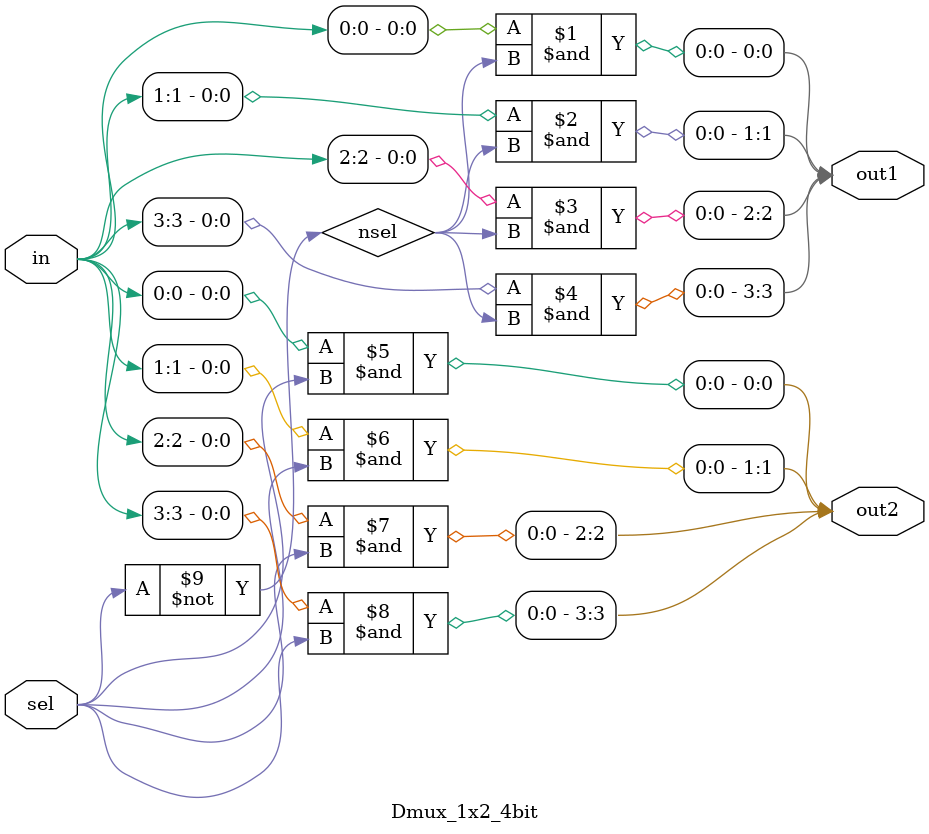
<source format=v>
`timescale 1ns/1ps

module Crossbar_4x4_4bit(in1, in2, in3, in4, out1, out2, out3, out4, control);
input [4-1:0] in1, in2, in3, in4;
input [5-1:0] control;
output [4-1:0] out1, out2, out3, out4;

wire [4-1:0]t1,t2,t3,t4,t5,t6;

Crossbar_2x2_4bit cb0(in1,in2,control[0],t1,t2);
Crossbar_2x2_4bit cb3(in3,in4,control[3],t3,t4);
Crossbar_2x2_4bit cb2(t2,t3,control[2],t5,t6);
Crossbar_2x2_4bit cb1(t1,t5,control[1],out1,out2);
Crossbar_2x2_4bit cb4(t6,t4,control[4],out3,out4);

endmodule


/*
submodules used
*/

module Crossbar_2x2_4bit(in1, in2, control, out1, out2);
input [4-1:0] in1, in2;
input control;
output [4-1:0] out1, out2;

wire nControl;
wire [4-1:0] t1,t2,t3,t4;

not neg(nControl, control);

Dmux_1x2_4bit d1(in1,t1,t2,control);
Dmux_1x2_4bit d2(in2,t3,t4,nControl);

Mux_1x2_4bit m1(t1,t3,out1,control);
Mux_1x2_4bit m2(t2,t4,out2,nControl);

endmodule


module Mux_1x2_4bit(in1,in2,out,sel);
input [4-1:0] in1,in2;
input sel;
output [4-1:0] out;

wire nSel;
wire [4-1:0] t1,t2;

not neg(nSel,sel);

and a0(t1[0],in1[0],nSel);
and a1(t1[1],in1[1],nSel);
and a2(t1[2],in1[2],nSel);
and a3(t1[3],in1[3],nSel);

and a4(t2[0],in2[0],sel);
and a5(t2[1],in2[1],sel);
and a6(t2[2],in2[2],sel);
and a7(t2[3],in2[3],sel);

or or0(out[0],t1[0],t2[0]);
or or1(out[1],t1[1],t2[1]);
or or2(out[2],t1[2],t2[2]);
or or3(out[3],t1[3],t2[3]);
endmodule


module Dmux_1x2_4bit(in, out1, out2, sel);
input [3:0] in;
input sel;
output [3:0] out1, out2;
wire nsel;

not neg(nsel,sel);

and a0(out1[0],in[0],nsel);
and a1(out1[1],in[1],nsel);
and a2(out1[2],in[2],nsel);
and a3(out1[3],in[3],nsel);

and a4(out2[0],in[0],sel);
and a5(out2[1],in[1],sel);
and a6(out2[2],in[2],sel);
and a7(out2[3],in[3],sel);
endmodule


</source>
